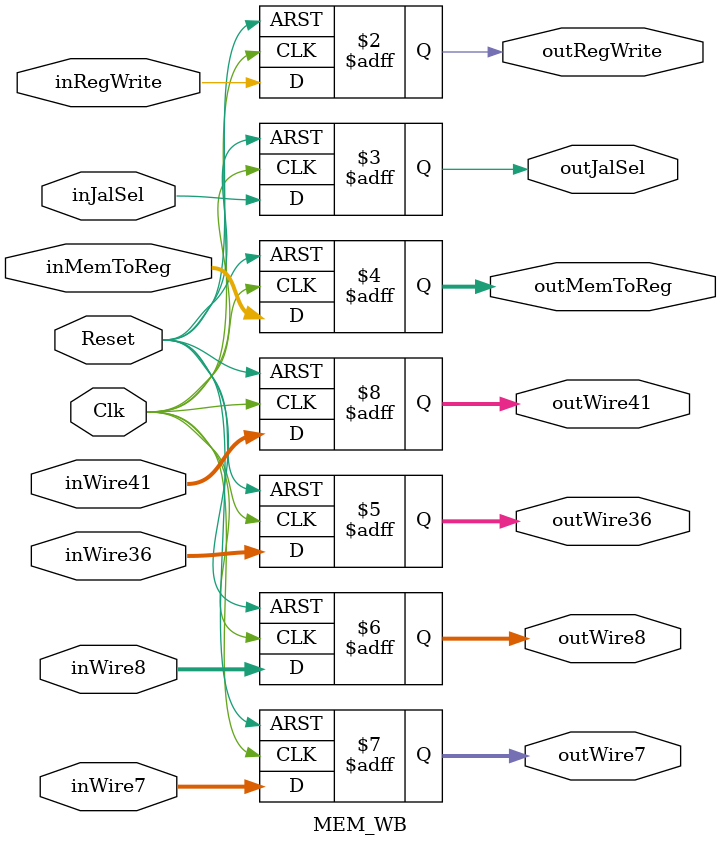
<source format=v>
`timescale 1ns / 1ps


module MEM_WB(inRegWrite, inJalSel, inMemToReg,  
              outRegWrite, outJalSel, outMemToReg, 
	          inWire36, inWire8, inWire7, inWire41, outWire36, 
              outWire8, outWire7, outWire41, Clk, Reset
);

input inRegWrite, inJalSel;
input [1:0] inMemToReg;
input [31:0] inWire36, inWire8, inWire7, inWire41;

input Clk, Reset;

output reg outRegWrite, outJalSel;
output reg [1:0] outMemToReg;
output reg [31:0] outWire36, outWire8, outWire7, outWire41;
    
    always @(posedge Clk or posedge Reset) begin
        if (Reset) begin
            // zero on Reset
            outRegWrite   <= 1'b0;
            outJalSel     <= 1'b0;
            outMemToReg   <= 2'b00;
            outWire36     <= 32'b0;
            outWire8      <= 32'b0;
            outWire7      <= 32'b0;
            outWire41     <= 32'b0;
        end 
        else begin
        
            // capture input values on rising edge of Clk
            outRegWrite   <= inRegWrite; 
            outJalSel     <= inJalSel;
            outMemToReg   <= inMemToReg;
            outWire36     <= inWire36; 
            outWire8      <= inWire8; 
            outWire7      <= inWire7; 
            outWire41     <= inWire41;
        end
    end
    
endmodule
</source>
